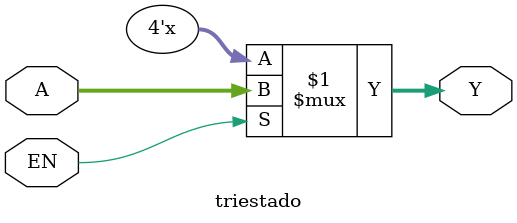
<source format=v>


module triestado(input  [3:0] A,
                 input  EN,
                 output  [3:0] Y);

  assign Y = EN ? A : 4'bZZZZ;

endmodule





</source>
